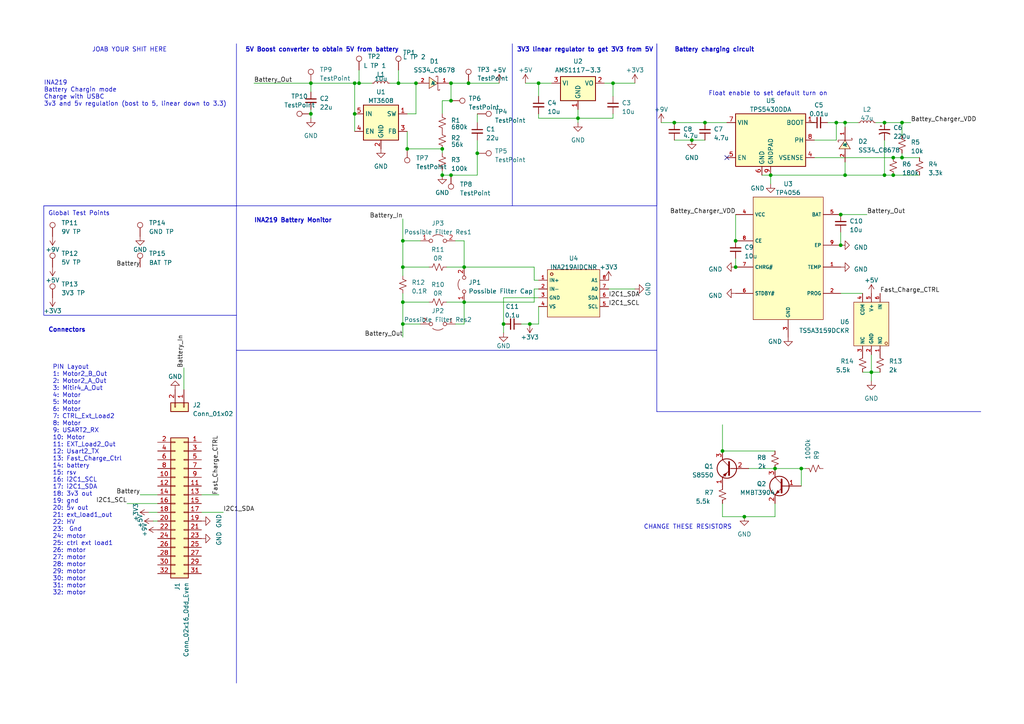
<source format=kicad_sch>
(kicad_sch (version 20230121) (generator eeschema)
  (paper "A4")
  (title_block (title "Joab PCP Work") (date "2025-03-19") (rev "V0.0") (company "UCT") (comment 1 "@author Joab Gray Kloppers") (comment 2 "KLPJOA002"))
  (lib_symbols
    (symbol "Connector:TestPoint" (pin_numbers hide) (pin_names (offset 0.762) hide)
      (property "Reference" "TP" (at 0 6.858 0))
      (property "Value" "TestPoint" (at 0 5.08 0))
      (symbol "TestPoint_0_1"
        (circle (center 0 3.302) (radius 0.762))
      )
      (symbol "TestPoint_1_1"
        (pin passive line (at 0 0 90) (length 2.54) (name "1") (number "1"))
      )
    )
    (symbol "Connector_Generic:Conn_01x02" (pin_names (offset 1.016) hide)
      (property "Reference" "J" (at 0 2.54 0))
      (property "Value" "Conn_01x02" (at 0 -5.08 0))
      (symbol "Conn_01x02_1_1"
        (rectangle (start -1.27 -2.413) (end 0 -2.667) (stroke (width 0.1524)))
        (rectangle (start -1.27 0.127) (end 0 -0.127) (stroke (width 0.1524)))
        (rectangle (start -1.27 1.27) (end 1.27 -3.81) (stroke (width 0.254)) (fill (type background)))
        (pin passive line (at -5.08 0 0) (length 3.81) (name "Pin_1") (number "1"))
        (pin passive line (at -5.08 -2.54 0) (length 3.81) (name "Pin_2") (number "2"))
      )
    )
    (symbol "Connector_Generic:Conn_02x16_Odd_Even" (pin_names (offset 1.016) hide)
      (property "Reference" "J" (at 1.27 20.32 0))
      (property "Value" "Conn_02x16_Odd_Even" (at 1.27 -22.86 0))
      (symbol "Conn_02x16_Odd_Even_1_1"
        (rectangle (start -1.27 -20.193) (end 0 -20.447) (stroke (width 0.1524)))
        (rectangle (start -1.27 -17.653) (end 0 -17.907) (stroke (width 0.1524)))
        (rectangle (start -1.27 -15.113) (end 0 -15.367) (stroke (width 0.1524)))
        (rectangle (start -1.27 -12.573) (end 0 -12.827) (stroke (width 0.1524)))
        (rectangle (start -1.27 -10.033) (end 0 -10.287) (stroke (width 0.1524)))
        (rectangle (start -1.27 -7.493) (end 0 -7.747) (stroke (width 0.1524)))
        (rectangle (start -1.27 -4.953) (end 0 -5.207) (stroke (width 0.1524)))
        (rectangle (start -1.27 -2.413) (end 0 -2.667) (stroke (width 0.1524)))
        (rectangle (start -1.27 0.127) (end 0 -0.127) (stroke (width 0.1524)))
        (rectangle (start -1.27 2.667) (end 0 2.413) (stroke (width 0.1524)))
        (rectangle (start -1.27 5.207) (end 0 4.953) (stroke (width 0.1524)))
        (rectangle (start -1.27 7.747) (end 0 7.493) (stroke (width 0.1524)))
        (rectangle (start -1.27 10.287) (end 0 10.033) (stroke (width 0.1524)))
        (rectangle (start -1.27 12.827) (end 0 12.573) (stroke (width 0.1524)))
        (rectangle (start -1.27 15.367) (end 0 15.113) (stroke (width 0.1524)))
        (rectangle (start -1.27 17.907) (end 0 17.653) (stroke (width 0.1524)))
        (rectangle (start -1.27 19.05) (end 3.81 -21.59) (stroke (width 0.254)) (fill (type background)))
        (rectangle (start 3.81 -20.193) (end 2.54 -20.447) (stroke (width 0.1524)))
        (rectangle (start 3.81 -17.653) (end 2.54 -17.907) (stroke (width 0.1524)))
        (rectangle (start 3.81 -15.113) (end 2.54 -15.367) (stroke (width 0.1524)))
        (rectangle (start 3.81 -12.573) (end 2.54 -12.827) (stroke (width 0.1524)))
        (rectangle (start 3.81 -10.033) (end 2.54 -10.287) (stroke (width 0.1524)))
        (rectangle (start 3.81 -7.493) (end 2.54 -7.747) (stroke (width 0.1524)))
        (rectangle (start 3.81 -4.953) (end 2.54 -5.207) (stroke (width 0.1524)))
        (rectangle (start 3.81 -2.413) (end 2.54 -2.667) (stroke (width 0.1524)))
        (rectangle (start 3.81 0.127) (end 2.54 -0.127) (stroke (width 0.1524)))
        (rectangle (start 3.81 2.667) (end 2.54 2.413) (stroke (width 0.1524)))
        (rectangle (start 3.81 5.207) (end 2.54 4.953) (stroke (width 0.1524)))
        (rectangle (start 3.81 7.747) (end 2.54 7.493) (stroke (width 0.1524)))
        (rectangle (start 3.81 10.287) (end 2.54 10.033) (stroke (width 0.1524)))
        (rectangle (start 3.81 12.827) (end 2.54 12.573) (stroke (width 0.1524)))
        (rectangle (start 3.81 15.367) (end 2.54 15.113) (stroke (width 0.1524)))
        (rectangle (start 3.81 17.907) (end 2.54 17.653) (stroke (width 0.1524)))
        (pin passive line (at -5.08 17.78 0) (length 3.81) (name "Pin_1") (number "1"))
        (pin passive line (at 7.62 7.62 180) (length 3.81) (name "Pin_10") (number "10"))
        (pin passive line (at -5.08 5.08 0) (length 3.81) (name "Pin_11") (number "11"))
        (pin passive line (at 7.62 5.08 180) (length 3.81) (name "Pin_12") (number "12"))
        (pin passive line (at -5.08 2.54 0) (length 3.81) (name "Pin_13") (number "13"))
        (pin passive line (at 7.62 2.54 180) (length 3.81) (name "Pin_14") (number "14"))
        (pin passive line (at -5.08 0 0) (length 3.81) (name "Pin_15") (number "15"))
        (pin passive line (at 7.62 0 180) (length 3.81) (name "Pin_16") (number "16"))
        (pin passive line (at -5.08 -2.54 0) (length 3.81) (name "Pin_17") (number "17"))
        (pin passive line (at 7.62 -2.54 180) (length 3.81) (name "Pin_18") (number "18"))
        (pin passive line (at -5.08 -5.08 0) (length 3.81) (name "Pin_19") (number "19"))
        (pin passive line (at 7.62 17.78 180) (length 3.81) (name "Pin_2") (number "2"))
        (pin passive line (at 7.62 -5.08 180) (length 3.81) (name "Pin_20") (number "20"))
        (pin passive line (at -5.08 -7.62 0) (length 3.81) (name "Pin_21") (number "21"))
        (pin passive line (at 7.62 -7.62 180) (length 3.81) (name "Pin_22") (number "22"))
        (pin passive line (at -5.08 -10.16 0) (length 3.81) (name "Pin_23") (number "23"))
        (pin passive line (at 7.62 -10.16 180) (length 3.81) (name "Pin_24") (number "24"))
        (pin passive line (at -5.08 -12.7 0) (length 3.81) (name "Pin_25") (number "25"))
        (pin passive line (at 7.62 -12.7 180) (length 3.81) (name "Pin_26") (number "26"))
        (pin passive line (at -5.08 -15.24 0) (length 3.81) (name "Pin_27") (number "27"))
        (pin passive line (at 7.62 -15.24 180) (length 3.81) (name "Pin_28") (number "28"))
        (pin passive line (at -5.08 -17.78 0) (length 3.81) (name "Pin_29") (number "29"))
        (pin passive line (at -5.08 15.24 0) (length 3.81) (name "Pin_3") (number "3"))
        (pin passive line (at 7.62 -17.78 180) (length 3.81) (name "Pin_30") (number "30"))
        (pin passive line (at -5.08 -20.32 0) (length 3.81) (name "Pin_31") (number "31"))
        (pin passive line (at 7.62 -20.32 180) (length 3.81) (name "Pin_32") (number "32"))
        (pin passive line (at 7.62 15.24 180) (length 3.81) (name "Pin_4") (number "4"))
        (pin passive line (at -5.08 12.7 0) (length 3.81) (name "Pin_5") (number "5"))
        (pin passive line (at 7.62 12.7 180) (length 3.81) (name "Pin_6") (number "6"))
        (pin passive line (at -5.08 10.16 0) (length 3.81) (name "Pin_7") (number "7"))
        (pin passive line (at 7.62 10.16 180) (length 3.81) (name "Pin_8") (number "8"))
        (pin passive line (at -5.08 7.62 0) (length 3.81) (name "Pin_9") (number "9"))
      )
    )
    (symbol "Device:C_Polarized_Small_US" (pin_numbers hide) (pin_names (offset 0.254) hide)
      (property "Reference" "C" (at 0.254 1.778 0))
      (property "Value" "C_Polarized_Small_US" (at 0.254 -2.032 0))
      (symbol "C_Polarized_Small_US_0_1"
        (polyline (pts (xy -1.524 0.508) (xy 1.524 0.508)) (stroke (width 0.3048)))
        (polyline (pts (xy -1.27 1.524) (xy -0.762 1.524)))
        (polyline (pts (xy -1.016 1.27) (xy -1.016 1.778)))
        (arc (start 1.524 -0.762) (mid 0 -0.3734) (end -1.524 -0.762) (stroke (width 0.3048)))
      )
      (symbol "C_Polarized_Small_US_1_1"
        (pin passive line (at 0 2.54 270) (length 2.032) (name "~") (number "1"))
        (pin passive line (at 0 -2.54 90) (length 2.032) (name "~") (number "2"))
      )
    )
    (symbol "Device:C_Small" (pin_numbers hide) (pin_names (offset 0.254) hide)
      (property "Reference" "C" (at 0.254 1.778 0))
      (property "Value" "C_Small" (at 0.254 -2.032 0))
      (symbol "C_Small_0_1"
        (polyline (pts (xy -1.524 -0.508) (xy 1.524 -0.508)) (stroke (width 0.3302)))
        (polyline (pts (xy -1.524 0.508) (xy 1.524 0.508)) (stroke (width 0.3048)))
      )
      (symbol "C_Small_1_1"
        (pin passive line (at 0 2.54 270) (length 2.032) (name "~") (number "1"))
        (pin passive line (at 0 -2.54 90) (length 2.032) (name "~") (number "2"))
      )
    )
    (symbol "Device:L_Small" (pin_numbers hide) (pin_names (offset 0.254) hide)
      (property "Reference" "L" (at 0.762 1.016 0))
      (property "Value" "L_Small" (at 0.762 -1.016 0))
      (symbol "L_Small_0_1"
        (arc (start 0 -2.032) (mid 0.5058 -1.524) (end 0 -1.016))
        (arc (start 0 -1.016) (mid 0.5058 -0.508) (end 0 0))
        (arc (start 0 0) (mid 0.5058 0.508) (end 0 1.016))
        (arc (start 0 1.016) (mid 0.5058 1.524) (end 0 2.032))
      )
      (symbol "L_Small_1_1"
        (pin passive line (at 0 2.54 270) (length 0.508) (name "~") (number "1"))
        (pin passive line (at 0 -2.54 90) (length 0.508) (name "~") (number "2"))
      )
    )
    (symbol "Device:R_Small_US" (pin_numbers hide) (pin_names (offset 0.254) hide)
      (property "Reference" "R" (at 0.762 0.508 0))
      (property "Value" "R_Small_US" (at 0.762 -1.016 0))
      (symbol "R_Small_US_1_1"
        (polyline (pts (xy 0 0) (xy 1.016 -0.381) (xy 0 -0.762) (xy -1.016 -1.143) (xy 0 -1.524)))
        (polyline (pts (xy 0 1.524) (xy 1.016 1.143) (xy 0 0.762) (xy -1.016 0.381) (xy 0 0)))
        (pin passive line (at 0 2.54 270) (length 1.016) (name "~") (number "1"))
        (pin passive line (at 0 -2.54 90) (length 1.016) (name "~") (number "2"))
      )
    )
    (symbol "JLC-INA219AIDCNR:INA219AIDCNR"
      (property "Reference" "U" (at 0 1.27 0))
      (property "Value" "INA219AIDCNR" (at 0 -2.54 0))
      (symbol "INA219AIDCNR_0_1"
        (rectangle (start -7.62 6.858) (end 7.62 -6.858) (fill (type background)))
        (circle (center -6.35 5.588) (radius 0.381) (fill (type background)))
        (circle (center -6.35 5.588) (radius 0.381) (fill (type background)))
        (pin unspecified line (at -10.16 3.81 0) (length 2.54) (name "IN+") (number "1"))
        (pin unspecified line (at -10.16 1.27 0) (length 2.54) (name "IN-") (number "2"))
        (pin unspecified line (at -10.16 -1.27 0) (length 2.54) (name "GND") (number "3"))
        (pin unspecified line (at -10.16 -3.81 0) (length 2.54) (name "VS") (number "4"))
        (pin unspecified line (at 10.16 -3.81 180) (length 2.54) (name "SCL") (number "5"))
        (pin unspecified line (at 10.16 -1.27 180) (length 2.54) (name "SDA") (number "6"))
        (pin unspecified line (at 10.16 1.27 180) (length 2.54) (name "A0") (number "7"))
        (pin unspecified line (at 10.16 3.81 180) (length 2.54) (name "A1") (number "8"))
      )
    )
    (symbol "JLC-SS34:SS34_C8678"
      (property "Reference" "D" (at 0 1.27 0))
      (property "Value" "SS34_C8678" (at 0 -2.54 0))
      (symbol "SS34_C8678_0_1"
        (polyline (pts (xy -1.27 0) (xy -1.27 -2.032) (xy -0.762 -2.032) (xy -0.762 -1.778)))
        (polyline (pts (xy -1.27 0) (xy -1.27 2.032) (xy -1.778 2.032) (xy -1.778 1.778)))
        (polyline (pts (xy 1.27 1.524) (xy -1.27 0) (xy 1.27 -1.778) (xy 1.27 1.524)) (fill (type background)))
        (pin unspecified line (at -5.08 0 0) (length 3.81) (name "K") (number "1"))
        (pin unspecified line (at 5.08 0 180) (length 3.81) (name "A") (number "2"))
      )
    )
    (symbol "JLC-TS5A3159DCKR:TS5A3159DCKR"
      (property "Reference" "U" (at 0 1.27 0))
      (property "Value" "TS5A3159DCKR" (at 0 -2.54 0))
      (symbol "TS5A3159DCKR_0_1"
        (rectangle (start -7.62 5.08) (end 5.08 -5.08) (fill (type background)))
        (circle (center -6.858 4.318) (radius 0.381) (fill (type background)))
        (pin unspecified line (at -10.16 2.54 0) (length 2.54) (name "NO") (number "1"))
        (pin unspecified line (at -10.16 0 0) (length 2.54) (name "GND") (number "2"))
        (pin unspecified line (at -10.16 -2.54 0) (length 2.54) (name "NC") (number "3"))
        (pin unspecified line (at 7.62 -2.54 180) (length 2.54) (name "COM") (number "4"))
        (pin unspecified line (at 7.62 0 180) (length 2.54) (name "V+") (number "5"))
        (pin unspecified line (at 7.62 2.54 180) (length 2.54) (name "IN") (number "6"))
      )
    )
    (symbol "Jumper:Jumper_2_Open" (pin_names (offset 0) hide)
      (property "Reference" "JP" (at 0 2.794 0))
      (property "Value" "Jumper_2_Open" (at 0 -2.286 0))
      (symbol "Jumper_2_Open_0_0"
        (circle (center -2.032 0) (radius 0.508))
        (circle (center 2.032 0) (radius 0.508))
      )
      (symbol "Jumper_2_Open_0_1"
        (arc (start 1.524 1.27) (mid 0 1.778) (end -1.524 1.27))
      )
      (symbol "Jumper_2_Open_1_1"
        (pin passive line (at -5.08 0 0) (length 2.54) (name "A") (number "1"))
        (pin passive line (at 5.08 0 180) (length 2.54) (name "B") (number "2"))
      )
    )
    (symbol "Regulator_Linear:AMS1117-3.3"
      (property "Reference" "U" (at -3.81 3.175 0))
      (property "Value" "AMS1117-3.3" (at 0 3.175 0))
      (symbol "AMS1117-3.3_0_1"
        (rectangle (start -5.08 -5.08) (end 5.08 1.905) (stroke (width 0.254)) (fill (type background)))
      )
      (symbol "AMS1117-3.3_1_1"
        (pin power_in line (at 0 -7.62 90) (length 2.54) (name "GND") (number "1"))
        (pin power_out line (at 7.62 0 180) (length 2.54) (name "VO") (number "2"))
        (pin power_in line (at -7.62 0 0) (length 2.54) (name "VI") (number "3"))
      )
    )
    (symbol "Regulator_Switching:MT3608"
      (property "Reference" "U" (at -2.54 8.89 0))
      (property "Value" "MT3608" (at -3.81 6.35 0))
      (symbol "MT3608_0_1"
        (rectangle (start -5.08 5.08) (end 5.08 -5.08) (stroke (width 0.254)) (fill (type background)))
      )
      (symbol "MT3608_1_1"
        (pin passive line (at 7.62 2.54 180) (length 2.54) (name "SW") (number "1"))
        (pin power_in line (at 0 -7.62 90) (length 2.54) (name "GND") (number "2"))
        (pin input line (at 7.62 -2.54 180) (length 2.54) (name "FB") (number "3"))
        (pin input line (at -7.62 -2.54 0) (length 2.54) (name "EN") (number "4"))
        (pin power_in line (at -7.62 2.54 0) (length 2.54) (name "IN") (number "5"))
        (pin no_connect line (at 5.08 0 180) (length 2.54) hide (name "NC") (number "6"))
      )
    )
    (symbol "Regulator_Switching:TPS5430DDA"
      (property "Reference" "U" (at -10.16 8.89 0))
      (property "Value" "TPS5430DDA" (at -1.27 8.89 0))
      (symbol "TPS5430DDA_0_1"
        (rectangle (start -10.16 7.62) (end 10.16 -7.62) (stroke (width 0.254)) (fill (type background)))
      )
      (symbol "TPS5430DDA_1_1"
        (pin input line (at 12.7 5.08 180) (length 2.54) (name "BOOT") (number "1"))
        (pin no_connect line (at -10.16 2.54 0) (length 2.54) hide (name "NC") (number "2"))
        (pin no_connect line (at -10.16 -2.54 0) (length 2.54) hide (name "NC") (number "3"))
        (pin input line (at 12.7 -5.08 180) (length 2.54) (name "VSENSE") (number "4"))
        (pin input line (at -12.7 -5.08 0) (length 2.54) (name "EN") (number "5"))
        (pin power_in line (at -2.54 -10.16 90) (length 2.54) (name "GND") (number "6"))
        (pin power_in line (at -12.7 5.08 0) (length 2.54) (name "VIN") (number "7"))
        (pin output line (at 12.7 0 180) (length 2.54) (name "PH") (number "8"))
        (pin power_in line (at 0 -10.16 90) (length 2.54) (name "GNDPAD") (number "9"))
      )
    )
    (symbol "TP4056:TP4056"
      (property "Reference" "U" (at 0 1.27 0))
      (property "Value" "TP4056" (at 0 -2.54 0))
      (symbol "TP4056_0_1"
        (rectangle (start -10.16 20.32) (end 10.16 -15.24) (fill (type background)))
        (pin unspecified line (at 15.24 0 180) (length 5.08) (name "TEMP") (number "1"))
        (pin unspecified line (at 15.24 -7.62 180) (length 5.08) (name "PROG") (number "2"))
        (pin unspecified line (at 0 -20.32 90) (length 5.08) (name "GND") (number "3"))
        (pin unspecified line (at -15.24 15.24 0) (length 5.08) (name "VCC") (number "4"))
        (pin unspecified line (at 15.24 15.24 180) (length 5.08) (name "BAT") (number "5"))
        (pin unspecified line (at -15.24 -7.62 0) (length 5.08) (name "STDBY#") (number "6"))
        (pin unspecified line (at -15.24 0 0) (length 5.08) (name "CHRG#") (number "7"))
        (pin unspecified line (at -15.24 7.62 0) (length 5.08) (name "CE") (number "8"))
        (pin unspecified line (at 15.24 6.35 180) (length 5.08) (name "EP") (number "9"))
      )
    )
    (symbol "Transistor_BJT:MMBT3904" (pin_names (offset 0) hide)
      (property "Reference" "Q" (at 5.08 1.905 0))
      (property "Value" "MMBT3904" (at 5.08 0 0))
      (symbol "MMBT3904_0_1"
        (polyline (pts (xy 0.635 0.635) (xy 2.54 2.54)))
        (polyline (pts (xy 0.635 -0.635) (xy 2.54 -2.54) (xy 2.54 -2.54)))
        (polyline (pts (xy 0.635 1.905) (xy 0.635 -1.905) (xy 0.635 -1.905)) (stroke (width 0.508)))
        (polyline (pts (xy 1.27 -1.778) (xy 1.778 -1.27) (xy 2.286 -2.286) (xy 1.27 -1.778) (xy 1.27 -1.778)) (fill (type outline)))
        (circle (center 1.27 0) (radius 2.8194) (stroke (width 0.254)))
      )
      (symbol "MMBT3904_1_1"
        (pin input line (at -5.08 0 0) (length 5.715) (name "B") (number "1"))
        (pin passive line (at 2.54 -5.08 90) (length 2.54) (name "E") (number "2"))
        (pin passive line (at 2.54 5.08 270) (length 2.54) (name "C") (number "3"))
      )
    )
    (symbol "Transistor_BJT:S8550" (pin_names (offset 0) hide)
      (property "Reference" "Q" (at 5.08 1.905 0))
      (property "Value" "S8550" (at 5.08 0 0))
      (symbol "S8550_0_1"
        (polyline (pts (xy 0 0) (xy 0.635 0)))
        (polyline (pts (xy 2.54 -2.54) (xy 0.635 -0.635)))
        (polyline (pts (xy 2.54 2.54) (xy 0.635 0.635)))
        (polyline (pts (xy 0.635 1.905) (xy 0.635 -1.905) (xy 0.635 -1.905)) (stroke (width 0.508)) (fill (type outline)))
        (polyline (pts (xy 1.778 -2.286) (xy 2.286 -1.778) (xy 1.27 -1.27) (xy 1.778 -2.286) (xy 1.778 -2.286)) (fill (type outline)))
        (circle (center 1.27 0) (radius 2.8194) (stroke (width 0.254)))
      )
      (symbol "S8550_1_1"
        (pin passive line (at 2.54 -5.08 90) (length 2.54) (name "E") (number "1"))
        (pin input line (at -5.08 0 0) (length 5.08) (name "B") (number "2"))
        (pin passive line (at 2.54 5.08 270) (length 2.54) (name "C") (number "3"))
      )
    )
    (symbol "power:+3V3" (power) (pin_names (offset 0))
      (property "Value" "+3V3" (at 0 3.556 0))
      (symbol "+3V3_0_1"
        (polyline (pts (xy -0.762 1.27) (xy 0 2.54)))
        (polyline (pts (xy 0 0) (xy 0 2.54)))
        (polyline (pts (xy 0 2.54) (xy 0.762 1.27)))
      )
      (symbol "+3V3_1_1"
        (pin power_in line (at 0 0 90) (length 0) hide (name "+3V3") (number "1"))
      )
    )
    (symbol "power:+5V" (power) (pin_names (offset 0))
      (property "Value" "+5V" (at 0 3.556 0))
      (symbol "+5V_0_1"
        (polyline (pts (xy -0.762 1.27) (xy 0 2.54)))
        (polyline (pts (xy 0 0) (xy 0 2.54)))
        (polyline (pts (xy 0 2.54) (xy 0.762 1.27)))
      )
      (symbol "+5V_1_1"
        (pin power_in line (at 0 0 90) (length 0) hide (name "+5V") (number "1"))
      )
    )
    (symbol "power:+9V" (power) (pin_names (offset 0))
      (property "Value" "+9V" (at 0 3.556 0))
      (symbol "+9V_0_1"
        (polyline (pts (xy -0.762 1.27) (xy 0 2.54)))
        (polyline (pts (xy 0 0) (xy 0 2.54)))
        (polyline (pts (xy 0 2.54) (xy 0.762 1.27)))
      )
      (symbol "+9V_1_1"
        (pin power_in line (at 0 0 90) (length 0) hide (name "+9V") (number "1"))
      )
    )
    (symbol "power:GND" (power) (pin_names (offset 0))
      (property "Value" "GND" (at 0 -3.81 0))
      (symbol "GND_0_1"
        (polyline (pts (xy 0 0) (xy 0 -1.27) (xy 1.27 -1.27) (xy 0 -2.54) (xy -1.27 -1.27) (xy 0 -1.27)))
      )
      (symbol "GND_1_1"
        (pin power_in line (at 0 0 270) (length 0) hide (name "GND") (number "1"))
      )
    )
  )
  (junction (at 130.81 50.8))
  (junction (at 115.57 24.13))
  (junction (at 213.36 77.47))
  (junction (at 130.81 24.13))
  (junction (at 224.79 135.89))
  (junction (at 195.58 35.56))
  (junction (at 223.52 50.8))
  (junction (at 153.67 93.98))
  (junction (at 134.62 77.47))
  (junction (at 167.64 34.29))
  (junction (at 116.84 77.47))
  (junction (at 243.84 71.12))
  (junction (at 232.41 135.89))
  (junction (at 256.54 35.56))
  (junction (at 102.87 33.02))
  (junction (at 104.14 24.13))
  (junction (at 261.62 35.56))
  (junction (at 256.54 50.8))
  (junction (at 243.84 62.23))
  (junction (at 252.73 107.95))
  (junction (at 135.89 24.13))
  (junction (at 138.43 44.45))
  (junction (at 259.08 50.8))
  (junction (at 116.84 87.63))
  (junction (at 242.57 35.56))
  (junction (at 156.21 24.13))
  (junction (at 209.55 130.81))
  (junction (at 134.62 87.63))
  (junction (at 130.81 29.21))
  (junction (at 118.11 43.18))
  (junction (at 90.17 33.02))
  (junction (at 120.65 24.13))
  (junction (at 102.87 24.13))
  (junction (at 146.05 93.98))
  (junction (at 200.66 40.64))
  (junction (at 177.8 24.13))
  (junction (at 204.47 35.56))
  (junction (at 245.11 50.8))
  (junction (at 128.27 43.18))
  (junction (at 261.62 45.72))
  (junction (at 116.84 69.85))
  (junction (at 116.84 93.98))
  (junction (at 259.08 45.72))
  (junction (at 215.9 149.86))
  (junction (at 90.17 24.13))
  (junction (at 128.27 50.8))
  (junction (at 213.36 69.85))
  (junction (at 245.11 35.56))
  (no_connect (at 210.82 45.72))
  (wire (pts (xy 184.15 83.82) (xy 176.53 83.82)))
  (wire (pts (xy 124.46 87.63) (xy 116.84 87.63)))
  (wire (pts (xy 134.62 69.85) (xy 132.08 69.85)))
  (wire (pts (xy 128.27 29.21) (xy 128.27 33.02)))
  (wire (pts (xy 118.11 43.18) (xy 118.11 38.1)))
  (wire (pts (xy 220.98 50.8) (xy 223.52 50.8)))
  (polyline (pts (xy 68.58 59.69) (xy 148.59 59.69)))
  (wire (pts (xy 259.08 45.72) (xy 261.62 45.72)))
  (polyline (pts (xy 190.5 59.69) (xy 190.5 12.7)))
  (wire (pts (xy 236.22 40.64) (xy 242.57 40.64)))
  (wire (pts (xy 135.89 24.13) (xy 144.78 24.13)))
  (wire (pts (xy 223.52 50.8) (xy 223.52 53.34)))
  (wire (pts (xy 242.57 35.56) (xy 245.11 35.56)))
  (wire (pts (xy 236.22 45.72) (xy 259.08 45.72)))
  (wire (pts (xy 250.19 107.95) (xy 252.73 107.95)))
  (wire (pts (xy 58.42 148.59) (xy 64.77 148.59)))
  (wire (pts (xy 134.62 87.63) (xy 134.62 93.98)))
  (wire (pts (xy 245.11 50.8) (xy 256.54 50.8)))
  (wire (pts (xy 73.66 24.13) (xy 90.17 24.13)))
  (wire (pts (xy 128.27 44.45) (xy 128.27 43.18)))
  (wire (pts (xy 116.84 85.09) (xy 116.84 87.63)))
  (wire (pts (xy 115.57 24.13) (xy 120.65 24.13)))
  (wire (pts (xy 224.79 146.05) (xy 224.79 149.86)))
  (wire (pts (xy 90.17 24.13) (xy 102.87 24.13)))
  (wire (pts (xy 167.64 31.75) (xy 167.64 34.29)))
  (polyline (pts (xy 157.48 101.6) (xy 158.75 101.6)))
  (wire (pts (xy 53.34 106.68) (xy 53.34 113.03)))
  (wire (pts (xy 130.81 24.13) (xy 130.81 29.21)))
  (wire (pts (xy 120.65 33.02) (xy 120.65 24.13)))
  (wire (pts (xy 264.16 35.56) (xy 261.62 35.56)))
  (wire (pts (xy 204.47 35.56) (xy 210.82 35.56)))
  (wire (pts (xy 256.54 35.56) (xy 261.62 35.56)))
  (wire (pts (xy 115.57 20.32) (xy 115.57 24.13)))
  (wire (pts (xy 256.54 40.64) (xy 256.54 50.8)))
  (wire (pts (xy 154.94 87.63) (xy 134.62 87.63)))
  (wire (pts (xy 146.05 93.98) (xy 146.05 96.52)))
  (wire (pts (xy 243.84 62.23) (xy 251.46 62.23)))
  (wire (pts (xy 195.58 35.56) (xy 204.47 35.56)))
  (wire (pts (xy 146.05 86.36) (xy 156.21 86.36)))
  (wire (pts (xy 116.84 63.5) (xy 116.84 69.85)))
  (wire (pts (xy 153.67 93.98) (xy 156.21 93.98)))
  (wire (pts (xy 102.87 33.02) (xy 102.87 38.1)))
  (wire (pts (xy 36.83 146.05) (xy 45.72 146.05)))
  (wire (pts (xy 138.43 40.64) (xy 138.43 44.45)))
  (wire (pts (xy 116.84 93.98) (xy 116.84 97.79)))
  (wire (pts (xy 130.81 50.8) (xy 138.43 50.8)))
  (wire (pts (xy 156.21 81.28) (xy 154.94 81.28)))
  (wire (pts (xy 232.41 135.89) (xy 232.41 140.97)))
  (polyline (pts (xy 190.5 119.38) (xy 284.48 119.38)))
  (wire (pts (xy 134.62 87.63) (xy 129.54 87.63)))
  (wire (pts (xy 266.7 45.72) (xy 261.62 45.72)))
  (wire (pts (xy 116.84 77.47) (xy 116.84 80.01)))
  (wire (pts (xy 167.64 34.29) (xy 167.64 35.56)))
  (wire (pts (xy 104.14 24.13) (xy 107.95 24.13)))
  (polyline (pts (xy 68.58 12.7) (xy 68.58 59.69)))
  (wire (pts (xy 177.8 34.29) (xy 177.8 33.02)))
  (wire (pts (xy 156.21 34.29) (xy 167.64 34.29)))
  (wire (pts (xy 191.77 35.56) (xy 195.58 35.56)))
  (wire (pts (xy 121.92 93.98) (xy 116.84 93.98)))
  (wire (pts (xy 116.84 69.85) (xy 116.84 77.47)))
  (wire (pts (xy 215.9 149.86) (xy 209.55 149.86)))
  (wire (pts (xy 167.64 34.29) (xy 177.8 34.29)))
  (wire (pts (xy 146.05 86.36) (xy 146.05 93.98)))
  (wire (pts (xy 177.8 24.13) (xy 184.15 24.13)))
  (wire (pts (xy 128.27 49.53) (xy 128.27 50.8)))
  (wire (pts (xy 177.8 24.13) (xy 177.8 27.94)))
  (wire (pts (xy 128.27 50.8) (xy 130.81 50.8)))
  (wire (pts (xy 152.4 24.13) (xy 156.21 24.13)))
  (wire (pts (xy 151.13 93.98) (xy 153.67 93.98)))
  (wire (pts (xy 245.11 35.56) (xy 245.11 36.83)))
  (wire (pts (xy 209.55 130.81) (xy 209.55 123.19)))
  (wire (pts (xy 138.43 35.56) (xy 138.43 33.02)))
  (wire (pts (xy 154.94 83.82) (xy 154.94 87.63)))
  (wire (pts (xy 254 35.56) (xy 256.54 35.56)))
  (wire (pts (xy 130.81 24.13) (xy 135.89 24.13)))
  (wire (pts (xy 224.79 149.86) (xy 215.9 149.86)))
  (wire (pts (xy 90.17 31.75) (xy 90.17 33.02)))
  (wire (pts (xy 156.21 93.98) (xy 156.21 88.9)))
  (wire (pts (xy 104.14 20.32) (xy 104.14 24.13)))
  (wire (pts (xy 224.79 135.89) (xy 217.17 135.89)))
  (wire (pts (xy 233.68 135.89) (xy 232.41 135.89)))
  (wire (pts (xy 113.03 24.13) (xy 115.57 24.13)))
  (wire (pts (xy 116.84 93.98) (xy 116.84 87.63)))
  (wire (pts (xy 44.45 151.13) (xy 45.72 151.13)))
  (wire (pts (xy 124.46 77.47) (xy 116.84 77.47)))
  (wire (pts (xy 243.84 85.09) (xy 250.19 85.09)))
  (wire (pts (xy 195.58 40.64) (xy 200.66 40.64)))
  (polyline (pts (xy 68.58 101.6) (xy 68.58 91.44)))
  (wire (pts (xy 252.73 107.95) (xy 252.73 102.87)))
  (polyline (pts (xy 148.59 59.69) (xy 148.59 12.7)))
  (wire (pts (xy 240.03 35.56) (xy 242.57 35.56)))
  (wire (pts (xy 243.84 67.31) (xy 243.84 71.12)))
  (wire (pts (xy 121.92 69.85) (xy 116.84 69.85)))
  (polyline (pts (xy 190.5 59.69) (xy 190.5 101.6)))
  (polyline (pts (xy 12.7 59.69) (xy 68.58 59.69)))
  (wire (pts (xy 134.62 77.47) (xy 134.62 69.85)))
  (wire (pts (xy 245.11 46.99) (xy 245.11 50.8)))
  (wire (pts (xy 134.62 93.98) (xy 132.08 93.98)))
  (polyline (pts (xy 67.31 91.44) (xy 68.58 91.44)))
  (wire (pts (xy 261.62 44.45) (xy 261.62 45.72)))
  (wire (pts (xy 261.62 39.37) (xy 261.62 35.56)))
  (wire (pts (xy 224.79 130.81) (xy 209.55 130.81)))
  (wire (pts (xy 102.87 24.13) (xy 102.87 33.02)))
  (wire (pts (xy 156.21 34.29) (xy 156.21 33.02)))
  (wire (pts (xy 118.11 43.18) (xy 128.27 43.18)))
  (wire (pts (xy 58.42 143.51) (xy 63.5 143.51)))
  (wire (pts (xy 154.94 77.47) (xy 154.94 81.28)))
  (polyline (pts (xy 157.48 101.6) (xy 68.58 101.6)))
  (wire (pts (xy 154.94 77.47) (xy 134.62 77.47)))
  (wire (pts (xy 156.21 24.13) (xy 160.02 24.13)))
  (wire (pts (xy 259.08 50.8) (xy 266.7 50.8)))
  (wire (pts (xy 256.54 50.8) (xy 259.08 50.8)))
  (wire (pts (xy 40.64 143.51) (xy 45.72 143.51)))
  (wire (pts (xy 232.41 135.89) (xy 224.79 135.89)))
  (polyline (pts (xy 158.75 101.6) (xy 190.5 101.6)))
  (polyline (pts (xy 148.59 59.69) (xy 190.5 59.69)))
  (polyline (pts (xy 68.58 101.6) (xy 68.58 198.12)))
  (wire (pts (xy 245.11 35.56) (xy 248.92 35.56)))
  (wire (pts (xy 134.62 77.47) (xy 129.54 77.47)))
  (polyline (pts (xy 190.5 101.6) (xy 190.5 119.38)))
  (wire (pts (xy 138.43 44.45) (xy 138.43 50.8)))
  (wire (pts (xy 43.18 148.59) (xy 45.72 148.59)))
  (wire (pts (xy 90.17 26.67) (xy 90.17 24.13)))
  (wire (pts (xy 156.21 83.82) (xy 154.94 83.82)))
  (wire (pts (xy 252.73 107.95) (xy 255.27 107.95)))
  (wire (pts (xy 234.95 35.56) (xy 236.22 35.56)))
  (polyline (pts (xy 190.5 12.7) (xy 190.5 59.69)))
  (wire (pts (xy 156.21 24.13) (xy 156.21 27.94)))
  (wire (pts (xy 223.52 50.8) (xy 245.11 50.8)))
  (wire (pts (xy 130.81 29.21) (xy 128.27 29.21)))
  (wire (pts (xy 252.73 110.49) (xy 252.73 107.95)))
  (wire (pts (xy 209.55 146.05) (xy 209.55 149.86)))
  (wire (pts (xy 242.57 40.64) (xy 242.57 35.56)))
  (wire (pts (xy 90.17 33.02) (xy 90.17 34.29)))
  (wire (pts (xy 213.36 74.93) (xy 213.36 77.47)))
  (wire (pts (xy 213.36 62.23) (xy 213.36 69.85)))
  (wire (pts (xy 102.87 24.13) (xy 104.14 24.13)))
  (wire (pts (xy 118.11 33.02) (xy 120.65 33.02)))
  (wire (pts (xy 200.66 40.64) (xy 204.47 40.64)))
  (wire (pts (xy 175.26 24.13) (xy 177.8 24.13)))
  (rectangle (start 12.7 59.69) (end 68.58 91.44))
  (arc (start 190.5 119.38) (mid 190.5 119.38) (end 190.5 119.38))
  (text "INA219\nBattery Chargin mode\nCharge with USBC\n3v3 and 5v regulation (bost to 5, linear down to 3.3)\n\n" (at 12.7 33.02 0) (effects (font (size 1.27 1.27)) (justify left bottom)))
  (text "PIN Layout\n1: Motor2_B_Out\n2: Motor2_A_Out\n3: Mitir4_A_Out\n4: Motor\n5: Motor\n6: Motor\n7: CTRL_Ext_Load2\n8: Motor\n9: USART2_RX\n10: Motor\n11: EXT_Load2_Out\n12: Usart2_TX\n13: Fast_Charge_Ctrl\n14: battery\n15: rsv\n16: i2C1_SCL\n17: i2C1_SDA\n18: 3v3 out\n19: gnd\n20: 5v out\n21: ext_load1_out\n22: HV\n23:	Gnd\n24: motor\n25: ctrl ext load1\n26: motor\n27: motor\n28: motor\n29: motor\n30: motor\n31: motor\n32: motor" (at 15.24 172.72 0) (effects (font (size 1.27 1.27)) (justify left bottom)))
  (text "Global Test Points\n\n" (at 13.97 64.77 0) (effects (font (size 1.27 1.27)) (justify left bottom)))
  (text "Float enable to set default turn on\n" (at 240.03 27.94 0) (effects (font (size 1.27 1.27)) (justify right bottom)))
  (text "JOAB YOUR SHIT HERE" (at 26.67 15.24 0) (effects (font (size 1.27 1.27)) (justify left bottom)))
  (text "5V Boost converter to obtain 5V from battery\n" (at 71.12 15.24 0) (effects (font (size 1.27 1.27) (thickness 0.254) bold) (justify left bottom)))
  (text "CHANGE THESE RESISTORS\n" (at 186.69 153.67 0) (effects (font (size 1.27 1.27)) (justify left bottom)))
  (text "3V3 linear regulator to get 3V3 from 5V\n" (at 149.86 15.24 0) (effects (font (size 1.27 1.27) (thickness 0.254) bold) (justify left bottom)))
  (text "Battery charging circuit\n" (at 195.58 15.24 0) (effects (font (size 1.27 1.27) (thickness 0.254) bold) (justify left bottom)))
  (text "Connectors" (at 13.97 96.52 0) (effects (font (size 1.27 1.27) bold) (justify left bottom)))
  (text "INA219 Battery Monitor\n" (at 73.66 64.77 0) (effects (font (size 1.27 1.27) (thickness 0.254) bold) (justify left bottom)))
  (label "I2C1_SDA" (at 64.77 148.59 0))
  (label "Battery_Out" (at 251.46 62.23 0))
  (label "Battery_In" (at 116.84 63.5 180))
  (label "Battery" (at 40.64 77.47 180))
  (label "Battery_Out" (at 116.84 97.79 180))
  (label "Battey_Charger_VDD" (at 264.16 35.56 0))
  (label "Battery_In" (at 53.34 106.68 90))
  (label "Fast_Charge_CTRL" (at 255.27 85.09 0))
  (label "Battery" (at 40.64 143.51 180))
  (label "I2C1_SCL" (at 176.53 88.9 0))
  (label "Battery_Out" (at 73.66 24.13 0))
  (label "I2C1_SDA" (at 176.53 86.36 0))
  (label "Battey_Charger_VDD" (at 213.36 62.23 180))
  (label "Fast_Charge_CTRL" (at 63.5 143.51 90))
  (label "I2C1_SCL" (at 36.83 146.05 180))
  (symbol (lib_id "power:GND") (at 200.66 40.64 0) (unit 1)
    (property "Reference" "#PWR09" (effects hide))
    (property "Value" "GND" (at 200.66 45.72 0))
  )
  (symbol (lib_id "Device:C_Small") (at 213.36 72.39 180) (unit 1)
    (property "Reference" "C9" (at 215.9 71.7486 0) (effects (justify right)))
    (property "Value" "10u" (at 215.9 74.2886 0) (effects (justify right)))
    (property "Footprint" "Capacitor_SMD:C_0402_1005Metric_Pad0.74x0.62mm_HandSolder" (effects hide))
  )
  (symbol (lib_id "Connector:TestPoint") (at 130.81 29.21 270) (unit 1)
    (property "Reference" "TP6" (at 135.89 28.575 90) (effects (justify left)))
    (property "Value" "TestPoint" (at 135.89 31.115 90) (effects (justify left)))
    (property "Footprint" "TestPoint:TestPoint_Pad_2.5x2.5mm" (effects hide))
  )
  (symbol (lib_id "Jumper:Jumper_2_Open") (at 127 69.85 0) (unit 1)
    (property "Reference" "JP3" (at 127 64.77 0))
    (property "Value" "Possible Filter Res1" (at 127 67.31 0))
    (property "Footprint" "Jumper:SolderJumper-2_P1.3mm_Open_Pad1.0x1.5mm" (effects hide))
  )
  (symbol (lib_id "Connector:TestPoint") (at 40.64 68.58 0) (unit 1)
    (property "Reference" "TP14" (at 43.18 64.643 0) (effects (justify left)))
    (property "Value" "GND TP" (at 43.18 67.183 0) (effects (justify left)))
    (property "Footprint" "TestPoint:TestPoint_Pad_2.5x2.5mm" (effects hide))
  )
  (symbol (lib_id "Connector:TestPoint") (at 15.24 77.47 0) (unit 1)
    (property "Reference" "TP12" (at 17.78 73.533 0) (effects (justify left)))
    (property "Value" "5V TP" (at 17.78 76.073 0) (effects (justify left)))
    (property "Footprint" "TestPoint:TestPoint_Pad_2.5x2.5mm" (effects hide))
  )
  (symbol (lib_id "Connector:TestPoint") (at 138.43 33.02 270) (unit 1)
    (property "Reference" "TP4" (at 143.51 32.385 90) (effects (justify left)))
    (property "Value" "TestPoint" (at 143.51 34.925 90) (effects (justify left)))
    (property "Footprint" "TestPoint:TestPoint_Pad_2.5x2.5mm" (effects hide))
  )
  (symbol (lib_id "Device:C_Polarized_Small_US") (at 256.54 38.1 0) (unit 1)
    (property "Reference" "C6" (at 259.08 37.0332 0) (effects (justify left)))
    (property "Value" "220u" (at 259.08 39.5732 0) (effects (justify left)))
    (property "Footprint" "Capacitor_SMD:C_0402_1005Metric_Pad0.74x0.62mm_HandSolder" (effects hide))
  )
  (symbol (lib_id "power:+9V") (at 15.24 68.58 180) (unit 1)
    (property "Reference" "#PWR023" (effects hide))
    (property "Value" "+9V" (at 15.24 72.39 0))
  )
  (symbol (lib_id "Connector:TestPoint") (at 104.14 20.32 0) (unit 1)
    (property "Reference" "TP2" (at 106.68 16.383 0) (effects (justify left)))
    (property "Value" "L TP 1" (at 105.41 19.05 0) (effects (justify left)))
    (property "Footprint" "TestPoint:TestPoint_Pad_2.5x2.5mm" (effects hide))
  )
  (symbol (lib_id "power:+5V") (at 144.78 24.13 0) (unit 1)
    (property "Reference" "#PWR017" (effects hide))
    (property "Value" "+5V" (at 144.78 20.32 0))
  )
  (symbol (lib_id "power:GND") (at 213.36 85.09 270) (unit 1)
    (property "Reference" "#PWR029" (effects hide))
    (property "Value" "GND" (at 209.55 85.725 90) (effects (justify right)))
  )
  (symbol (lib_id "power:GND") (at 146.05 96.52 0) (unit 1)
    (property "Reference" "#PWR026" (effects hide))
    (property "Value" "GND" (at 146.05 100.33 0))
  )
  (symbol (lib_id "JLC-SS34:SS34_C8678") (at 125.73 24.13 180) (unit 1)
    (property "Reference" "D1" (at 125.984 17.78 0))
    (property "Value" "SS34_C8678" (at 125.984 20.32 0))
    (property "Footprint" "JLCPCB:SMA_L4.3-W2.6-LS5.2-RD" (effects hide))
    (property "Datasheet" "https://item.szlcsc.com/34721.html" (effects hide))
    (property "LCSC" "C8678" (effects hide))
  )
  (symbol (lib_id "power:+5V") (at 252.73 85.09 0) (unit 1)
    (property "Reference" "#PWR031" (effects hide))
    (property "Value" "+5V" (at 252.73 81.28 0))
  )
  (symbol (lib_id "power:+3V3") (at 15.24 86.36 180) (unit 1)
    (property "Reference" "#PWR021" (effects hide))
    (property "Value" "+3V3" (at 15.24 90.17 0))
  )
  (symbol (lib_id "Transistor_BJT:S8550") (at 212.09 135.89 0) (mirror y) (unit 1)
    (property "Reference" "Q1" (at 207.01 135.255 0) (effects (justify left)))
    (property "Value" "S8550" (at 207.01 137.795 0) (effects (justify left)))
    (property "Footprint" "Package_TO_SOT_SMD:SOT-23" (effects hide))
    (property "Datasheet" "http://www.unisonic.com.tw/datasheet/S8550.pdf" (effects hide))
  )
  (symbol (lib_id "Device:C_Small") (at 204.47 38.1 180) (unit 1)
    (property "Reference" "C7" (at 207.01 37.4586 0) (effects (justify right)))
    (property "Value" "4.7u" (at 207.01 39.9986 0) (effects (justify right)))
    (property "Footprint" "Capacitor_SMD:C_0402_1005Metric_Pad0.74x0.62mm_HandSolder" (effects hide))
  )
  (symbol (lib_id "power:+5V") (at 44.45 151.13 90) (unit 1)
    (property "Reference" "#PWR015" (effects hide))
    (property "Value" "+5V" (at 40.64 151.13 0))
  )
  (symbol (lib_id "power:GND") (at 215.9 149.86 0) (mirror y) (unit 1)
    (property "Reference" "#PWR013" (effects hide))
    (property "Value" "GND" (at 215.9 154.94 0))
  )
  (symbol (lib_id "power:GND") (at 243.84 71.12 90) (unit 1)
    (property "Reference" "#PWR012" (effects hide))
    (property "Value" "GND" (at 247.65 71.755 90) (effects (justify right)))
  )
  (symbol (lib_id "TP4056:TP4056") (at 228.6 77.47 0) (unit 1)
    (property "Reference" "U3" (at 228.6 53.34 0))
    (property "Value" "TP4056" (at 228.6 55.88 0))
    (property "Footprint" "JLCPCB:ESOP-8_L4.9-W3.9-P1.27-LS6.0-BL-EP" (effects hide))
    (property "Datasheet" "https://www.mornsun.cn/html/pdf/SCM1501B.html" (effects hide))
    (property "LCSC" "C16581" (effects hide))
  )
  (symbol (lib_id "power:GND") (at 58.42 156.21 90) (unit 1)
    (property "Reference" "#PWR02" (effects hide))
    (property "Value" "GND" (at 63.5 156.21 0))
  )
  (symbol (lib_id "power:GND") (at 50.8 113.03 180) (unit 1)
    (property "Reference" "#PWR07" (effects hide))
    (property "Value" "GND" (at 50.8 109.22 0))
  )
  (symbol (lib_id "power:GND") (at 252.73 110.49 0) (unit 1)
    (property "Reference" "#PWR032" (effects hide))
    (property "Value" "GND" (at 252.73 115.57 0))
  )
  (symbol (lib_id "Jumper:Jumper_2_Open") (at 127 93.98 180) (unit 1)
    (property "Reference" "JP2" (at 127 90.17 0))
    (property "Value" "Possible Filter Res2" (at 127 92.71 0))
    (property "Footprint" "Jumper:SolderJumper-2_P1.3mm_Open_Pad1.0x1.5mm" (effects hide))
  )
  (symbol (lib_id "Connector:TestPoint") (at 135.89 24.13 0) (unit 1)
    (property "Reference" "TP3" (at 138.43 20.193 0) (effects (justify left)))
    (property "Value" "TestPoint" (at 138.43 22.733 0) (effects (justify left)))
    (property "Footprint" "TestPoint:TestPoint_Pad_2.5x2.5mm" (effects hide))
  )
  (symbol (lib_id "Device:C_Small") (at 90.17 29.21 0) (unit 1)
    (property "Reference" "C2" (at 92.71 28.5813 0) (effects (justify left)))
    (property "Value" "22u" (at 92.71 31.1213 0) (effects (justify left)))
    (property "Footprint" "Capacitor_SMD:C_0402_1005Metric_Pad0.74x0.62mm_HandSolder" (effects hide))
  )
  (symbol (lib_id "power:GND") (at 90.17 34.29 0) (unit 1)
    (property "Reference" "#PWR05" (effects hide))
    (property "Value" "GND" (at 90.17 39.37 0))
  )
  (symbol (lib_id "power:+9V") (at 191.77 35.56 0) (unit 1)
    (property "Reference" "#PWR020" (effects hide))
    (property "Value" "+9V" (at 191.77 31.75 0))
  )
  (symbol (lib_id "Device:R_Small_US") (at 128.27 40.64 0) (unit 1)
    (property "Reference" "R2" (at 130.81 40.005 0) (effects (justify left)))
    (property "Value" "56k" (at 130.81 41.91 0) (effects (justify left)))
    (property "Footprint" "Resistor_SMD:R_0402_1005Metric_Pad0.72x0.64mm_HandSolder" (effects hide))
  )
  (symbol (lib_id "Device:R_Small_US") (at 128.27 35.56 0) (unit 1)
    (property "Reference" "R1" (at 130.81 34.925 0) (effects (justify left)))
    (property "Value" "680k" (at 130.81 36.83 0) (effects (justify left)))
    (property "Footprint" "Resistor_SMD:R_0402_1005Metric_Pad0.72x0.64mm_HandSolder" (effects hide))
  )
  (symbol (lib_id "power:+5V") (at 15.24 77.47 180) (unit 1)
    (property "Reference" "#PWR022" (effects hide))
    (property "Value" "+5V" (at 15.24 81.28 0))
  )
  (symbol (lib_id "power:GND") (at 58.42 151.13 90) (unit 1)
    (property "Reference" "#PWR01" (effects hide))
    (property "Value" "GND" (at 63.5 151.13 0))
  )
  (symbol (lib_id "JLC-TS5A3159DCKR:TS5A3159DCKR") (at 252.73 92.71 270) (mirror x) (unit 1)
    (property "Reference" "U6" (at 246.38 93.345 90) (effects (justify right)))
    (property "Value" "TS5A3159DCKR" (at 246.38 95.885 90) (effects (justify right)))
    (property "Footprint" "JLCPCB:SC-70-6_L2.0-W1.3-P0.65-LS2.1-BL-1" (effects hide))
    (property "Datasheet" "https://atta.szlcsc.com/upload/public/pdf/source/20171123/C141530_15114109251091137526.pdf" (effects hide))
    (property "LCSC" "C46388" (effects hide))
  )
  (symbol (lib_id "JLC-SS34:SS34_C8678") (at 245.11 41.91 270) (unit 1)
    (property "Reference" "D2" (at 248.92 41.021 90) (effects (justify left)))
    (property "Value" "SS34_C8678" (at 248.92 43.561 90) (effects (justify left)))
    (property "Footprint" "JLCPCB:SMA_L4.3-W2.6-LS5.2-RD" (effects hide))
    (property "Datasheet" "https://item.szlcsc.com/34721.html" (effects hide))
    (property "LCSC" "C8678" (effects hide))
  )
  (symbol (lib_id "Device:R_Small_US") (at 209.55 143.51 0) (mirror y) (unit 1)
    (property "Reference" "R7" (at 207.01 142.875 0) (effects (justify left)))
    (property "Value" "5.5k " (at 207.01 145.415 0) (effects (justify left)))
    (property "Footprint" "Resistor_SMD:R_0402_1005Metric_Pad0.72x0.64mm_HandSolder" (effects hide))
  )
  (symbol (lib_id "Device:C_Small") (at 195.58 38.1 180) (unit 1)
    (property "Reference" "C8" (at 198.12 37.4586 0) (effects (justify right)))
    (property "Value" "4.7u" (at 198.12 39.37 0) (effects (justify right)))
    (property "Footprint" "Capacitor_SMD:C_0402_1005Metric_Pad0.74x0.62mm_HandSolder" (effects hide))
  )
  (symbol (lib_id "Connector:TestPoint") (at 15.24 86.36 0) (unit 1)
    (property "Reference" "TP13" (at 17.78 82.423 0) (effects (justify left)))
    (property "Value" "3V3 TP" (at 17.78 84.963 0) (effects (justify left)))
    (property "Footprint" "TestPoint:TestPoint_Pad_2.5x2.5mm" (effects hide))
  )
  (symbol (lib_id "power:+3V3") (at 153.67 93.98 180) (unit 1)
    (property "Reference" "#PWR025" (effects hide))
    (property "Value" "+3V3" (at 153.67 97.79 0))
  )
  (symbol (lib_id "Connector_Generic:Conn_01x02") (at 53.34 118.11 270) (unit 1)
    (property "Reference" "J2" (at 55.88 117.475 90) (effects (justify left)))
    (property "Value" "Conn_01x02" (at 55.88 120.015 90) (effects (justify left)))
    (property "Footprint" "Connector_JST:JST_PH_B2B-PH-K_1x02_P2.00mm_Vertical" (effects hide))
  )
  (symbol (lib_id "Device:C_Small") (at 237.49 35.56 90) (unit 1)
    (property "Reference" "C5" (at 237.4963 30.48 90))
    (property "Value" "0.01u" (at 237.4963 33.02 90))
    (property "Footprint" "Capacitor_SMD:C_0402_1005Metric_Pad0.74x0.62mm_HandSolder" (effects hide))
  )
  (symbol (lib_id "Connector:TestPoint") (at 90.17 33.02 90) (unit 1)
    (property "Reference" "TP10" (at 86.868 27.94 90))
    (property "Value" "TestPoint" (at 86.868 30.48 90))
    (property "Footprint" "TestPoint:TestPoint_Pad_2.5x2.5mm" (effects hide))
  )
  (symbol (lib_id "Transistor_BJT:MMBT3904") (at 227.33 140.97 0) (mirror y) (unit 1)
    (property "Reference" "Q2" (at 222.25 140.335 0) (effects (justify left)))
    (property "Value" "MMBT3904" (at 224.79 142.875 0) (effects (justify left)))
    (property "Footprint" "Package_TO_SOT_SMD:SOT-23" (effects hide))
    (property "Datasheet" "https://www.onsemi.com/pub/Collateral/2N3903-D.PDF" (effects hide))
  )
  (symbol (lib_id "Device:R_Small_US") (at 127 77.47 90) (unit 1)
    (property "Reference" "R11" (at 127 72.39 90))
    (property "Value" "0R" (at 127 74.93 90))
    (property "Footprint" "Resistor_SMD:R_0402_1005Metric_Pad0.72x0.64mm_HandSolder" (effects hide))
  )
  (symbol (lib_id "Connector:TestPoint") (at 130.81 50.8 180) (unit 1)
    (property "Reference" "TP8" (at 133.35 53.467 0) (effects (justify right)))
    (property "Value" "TestPoint" (at 133.35 56.007 0) (effects (justify right)))
    (property "Footprint" "TestPoint:TestPoint_Pad_2.5x2.5mm" (effects hide))
  )
  (symbol (lib_id "power:GND") (at 213.36 77.47 270) (unit 1)
    (property "Reference" "#PWR030" (effects hide))
    (property "Value" "GND" (at 209.55 78.105 90) (effects (justify right)))
  )
  (symbol (lib_id "power:+3V3") (at 176.53 81.28 0) (unit 1)
    (property "Reference" "#PWR028" (effects hide))
    (property "Value" "+3V3" (at 176.53 77.47 0))
  )
  (symbol (lib_id "power:GND") (at 223.52 53.34 0) (unit 1)
    (property "Reference" "#PWR08" (effects hide))
    (property "Value" "GND" (at 219.71 54.61 0))
  )
  (symbol (lib_id "Device:C_Small") (at 148.59 93.98 270) (unit 1)
    (property "Reference" "C11" (at 148.5836 88.9 90))
    (property "Value" "0.1u" (at 148.5836 91.44 90))
    (property "Footprint" "Capacitor_SMD:C_0402_1005Metric_Pad0.74x0.62mm_HandSolder" (effects hide))
  )
  (symbol (lib_id "power:GND") (at 228.6 97.79 0) (unit 1)
    (property "Reference" "#PWR011" (effects hide))
    (property "Value" "GND" (at 224.79 99.06 0))
  )
  (symbol (lib_id "Device:L_Small") (at 110.49 24.13 90) (unit 1)
    (property "Reference" "L1" (at 110.49 21.59 90))
    (property "Value" "10u" (at 110.49 22.86 90))
    (property "Footprint" "Inductor_SMD:L_Changjiang_FNR4030S" (effects hide))
    (property "LCSC" "C167879" (effects hide))
  )
  (symbol (lib_id "Device:R_Small_US") (at 266.7 48.26 0) (unit 1)
    (property "Reference" "R4" (at 269.24 47.625 0) (effects (justify left)))
    (property "Value" "3.3k" (at 269.24 50.165 0) (effects (justify left)))
    (property "Footprint" "Resistor_SMD:R_0402_1005Metric_Pad0.72x0.64mm_HandSolder" (effects hide))
  )
  (symbol (lib_id "power:+3V3") (at 43.18 148.59 90) (unit 1)
    (property "Reference" "#PWR016" (effects hide))
    (property "Value" "+3V3" (at 39.37 148.59 0))
  )
  (symbol (lib_id "JLC-INA219AIDCNR:INA219AIDCNR") (at 166.37 85.09 0) (unit 1)
    (property "Reference" "U4" (at 166.37 74.93 0))
    (property "Value" "INA219AIDCNR" (at 166.37 77.47 0))
    (property "Footprint" "JLCPCB:SOT-23-8_L3.0-W1.7-P0.65-LS2.8-BR" (effects hide))
    (property "Datasheet" "https://item.szlcsc.com/155588.html" (effects hide))
    (property "LCSC" "C87469" (effects hide))
  )
  (symbol (lib_id "power:GND") (at 40.64 68.58 0) (unit 1)
    (property "Reference" "#PWR024" (effects hide))
    (property "Value" "GND" (at 40.64 72.39 0))
  )
  (symbol (lib_id "Device:R_Small_US") (at 261.62 41.91 0) (unit 1)
    (property "Reference" "R5" (at 264.16 41.275 0) (effects (justify left)))
    (property "Value" "10k" (at 264.16 43.815 0) (effects (justify left)))
    (property "Footprint" "Resistor_SMD:R_0402_1005Metric_Pad0.72x0.64mm_HandSolder" (effects hide))
  )
  (symbol (lib_id "power:GND") (at 184.15 83.82 90) (unit 1)
    (property "Reference" "#PWR027" (effects hide))
    (property "Value" "GND" (at 187.96 83.82 0))
  )
  (symbol (lib_id "Regulator_Switching:MT3608") (at 110.49 35.56 0) (unit 1)
    (property "Reference" "U1" (at 110.49 26.67 0))
    (property "Value" "MT3608" (at 110.49 29.21 0))
    (property "Footprint" "Package_TO_SOT_SMD:SOT-23-6" (effects hide))
    (property "Datasheet" "https://www.olimex.com/Products/Breadboarding/BB-PWR-3608/resources/MT3608.pdf" (effects hide))
    (property "LCSC" "C84817" (effects hide))
  )
  (symbol (lib_id "Device:C_Small") (at 177.8 30.48 0) (unit 1)
    (property "Reference" "C3" (at 180.34 29.8513 0) (effects (justify left)))
    (property "Value" "10u" (at 180.34 32.3913 0) (effects (justify left)))
    (property "Footprint" "Capacitor_SMD:C_0402_1005Metric_Pad0.74x0.62mm_HandSolder" (effects hide))
  )
  (symbol (lib_id "power:GND") (at 167.64 35.56 0) (unit 1)
    (property "Reference" "#PWR06" (effects hide))
    (property "Value" "GND" (at 167.64 40.64 0))
  )
  (symbol (lib_id "Device:R_Small_US") (at 250.19 105.41 0) (mirror y) (unit 1)
    (property "Reference" "R14" (at 247.65 104.775 0) (effects (justify left)))
    (property "Value" "5.5k " (at 247.65 107.315 0) (effects (justify left)))
    (property "Footprint" "Resistor_SMD:R_0402_1005Metric_Pad0.72x0.64mm_HandSolder" (effects hide))
  )
  (symbol (lib_id "Device:R_Small_US") (at 224.79 133.35 0) (mirror y) (unit 1)
    (property "Reference" "R8" (at 222.25 132.715 0) (effects (justify left)))
    (property "Value" "2k" (at 222.25 135.255 0) (effects (justify left)))
    (property "Footprint" "Resistor_SMD:R_0402_1005Metric_Pad0.72x0.64mm_HandSolder" (effects hide))
  )
  (symbol (lib_id "Connector:TestPoint") (at 15.24 68.58 0) (unit 1)
    (property "Reference" "TP11" (at 17.78 64.643 0) (effects (justify left)))
    (property "Value" "9V TP" (at 17.78 67.183 0) (effects (justify left)))
    (property "Footprint" "TestPoint:TestPoint_Pad_2.5x2.5mm" (effects hide))
  )
  (symbol (lib_id "power:GND") (at 243.84 77.47 90) (unit 1)
    (property "Reference" "#PWR010" (effects hide))
    (property "Value" "GND" (at 247.65 78.105 90) (effects (justify right)))
  )
  (symbol (lib_id "Device:L_Small") (at 251.46 35.56 90) (unit 1)
    (property "Reference" "L2" (at 251.46 31.75 90))
    (property "Value" "47u" (at 251.46 34.29 90))
    (property "Footprint" "Inductor_SMD:L_Sunlord_SWPA5040S" (effects hide))
    (property "LCSC" "C86617" (effects hide))
  )
  (symbol (lib_id "Connector:TestPoint") (at 138.43 44.45 270) (unit 1)
    (property "Reference" "TP5" (at 143.51 43.815 90) (effects (justify left)))
    (property "Value" "TestPoint" (at 143.51 46.355 90) (effects (justify left)))
    (property "Footprint" "TestPoint:TestPoint_Pad_2.5x2.5mm" (effects hide))
  )
  (symbol (lib_id "power:GND") (at 110.49 43.18 0) (unit 1)
    (property "Reference" "#PWR03" (effects hide))
    (property "Value" "GND" (at 110.49 48.26 0))
  )
  (symbol (lib_id "Connector:TestPoint") (at 115.57 20.32 0) (unit 1)
    (property "Reference" "TP1" (at 116.84 15.24 0) (effects (justify left)))
    (property "Value" "L TP 2" (at 116.84 16.51 0) (effects (justify left)))
    (property "Footprint" "TestPoint:TestPoint_Pad_2.5x2.5mm" (effects hide))
  )
  (symbol (lib_id "Connector:TestPoint") (at 40.64 77.47 0) (unit 1)
    (property "Reference" "TP15" (at 43.18 73.533 0) (effects (justify left)))
    (property "Value" "BAT TP" (at 43.18 76.2 0) (effects (justify left)))
    (property "Footprint" "TestPoint:TestPoint_Pad_2.5x2.5mm" (effects hide))
  )
  (symbol (lib_id "Device:R_Small_US") (at 259.08 48.26 0) (unit 1)
    (property "Reference" "R6" (at 261.62 47.625 0) (effects (justify left)))
    (property "Value" "180k" (at 261.62 50.165 0) (effects (justify left)))
    (property "Footprint" "Resistor_SMD:R_0402_1005Metric_Pad0.72x0.64mm_HandSolder" (effects hide))
  )
  (symbol (lib_id "Regulator_Switching:TPS5430DDA") (at 223.52 40.64 0) (unit 1)
    (property "Reference" "U5" (at 223.52 29.21 0))
    (property "Value" "TPS5430DDA" (at 223.52 31.75 0))
    (property "Footprint" "Package_SO:TI_SO-PowerPAD-8_ThermalVias" (effects hide))
    (property "Datasheet" "http://www.ti.com/lit/ds/symlink/tps5430.pdf" (effects hide))
    (property "LCSC" "C9864" (effects hide))
  )
  (symbol (lib_id "power:+3V3") (at 184.15 24.13 0) (unit 1)
    (property "Reference" "#PWR019" (effects hide))
    (property "Value" "+3V3" (at 184.15 20.32 0))
  )
  (symbol (lib_id "Device:R_Small_US") (at 127 87.63 90) (unit 1)
    (property "Reference" "R10" (at 127 82.55 90))
    (property "Value" "0R" (at 127 85.09 90))
    (property "Footprint" "Resistor_SMD:R_0402_1005Metric_Pad0.72x0.64mm_HandSolder" (effects hide))
  )
  (symbol (lib_id "Device:R_Small_US") (at 255.27 105.41 0) (unit 1)
    (property "Reference" "R13" (at 257.81 104.775 0) (effects (justify left)))
    (property "Value" "2k" (at 257.81 107.315 0) (effects (justify left)))
    (property "Footprint" "Resistor_SMD:R_0402_1005Metric_Pad0.72x0.64mm_HandSolder" (effects hide))
  )
  (symbol (lib_id "power:GND") (at 128.27 50.8 0) (unit 1)
    (property "Reference" "#PWR04" (effects hide))
    (property "Value" "GND" (at 128.27 55.88 0))
  )
  (symbol (lib_id "Connector:TestPoint") (at 90.17 24.13 0) (unit 1)
    (property "Reference" "TP9" (at 92.71 20.193 0) (effects (justify left)))
    (property "Value" "TestPoint" (at 92.71 22.733 0) (effects (justify left)))
    (property "Footprint" "TestPoint:TestPoint_Pad_2.5x2.5mm" (effects hide))
  )
  (symbol (lib_id "Device:R_Small_US") (at 116.84 82.55 180) (unit 1)
    (property "Reference" "R12" (at 119.38 81.915 0) (effects (justify right)))
    (property "Value" "0.1R" (at 119.38 84.455 0) (effects (justify right)))
    (property "Footprint" "Resistor_SMD:R_0402_1005Metric_Pad0.72x0.64mm_HandSolder" (effects hide))
  )
  (symbol (lib_id "Connector:TestPoint") (at 118.11 43.18 180) (unit 1)
    (property "Reference" "TP7" (at 120.65 45.847 0) (effects (justify right)))
    (property "Value" "TestPoint" (at 120.65 48.387 0) (effects (justify right)))
    (property "Footprint" "TestPoint:TestPoint_Pad_2.5x2.5mm" (effects hide))
  )
  (symbol (lib_id "Jumper:Jumper_2_Open") (at 134.62 82.55 90) (unit 1)
    (property "Reference" "JP1" (at 135.89 81.915 90) (effects (justify right)))
    (property "Value" "Possible Filter Cap " (at 135.89 84.455 90) (effects (justify right)))
    (property "Footprint" "Jumper:SolderJumper-2_P1.3mm_Open_Pad1.0x1.5mm" (effects hide))
  )
  (symbol (lib_id "Device:C_Small") (at 138.43 38.1 0) (unit 1)
    (property "Reference" "C1" (at 140.97 37.4713 0) (effects (justify left)))
    (property "Value" "22u" (at 140.97 40.0113 0) (effects (justify left)))
    (property "Footprint" "Capacitor_SMD:C_0402_1005Metric_Pad0.74x0.62mm_HandSolder" (effects hide))
  )
  (symbol (lib_id "Regulator_Linear:AMS1117-3.3") (at 167.64 24.13 0) (unit 1)
    (property "Reference" "U2" (at 167.64 17.78 0))
    (property "Value" "AMS1117-3.3" (at 167.64 20.32 0))
    (property "Footprint" "Package_TO_SOT_SMD:SOT-223-3_TabPin2" (effects hide))
    (property "Datasheet" "http://www.advanced-monolithic.com/pdf/ds1117.pdf" (effects hide))
    (property "LCSC" "C6186" (effects hide))
  )
  (symbol (lib_id "Connector_Generic:Conn_02x16_Odd_Even") (at 53.34 146.05 0) (mirror y) (unit 1)
    (property "Reference" "J1" (at 51.435 168.91 90) (effects (justify right)))
    (property "Value" "Conn_02x16_Odd_Even" (at 53.975 168.91 90) (effects (justify right)))
    (property "Footprint" "Connector_PinHeader_2.54mm:PinHeader_2x16_P2.54mm_Vertical" (effects hide))
  )
  (symbol (lib_id "Device:R_Small_US") (at 128.27 46.99 0) (unit 1)
    (property "Reference" "R3" (at 130.81 46.355 0) (effects (justify left)))
    (property "Value" "100k" (at 130.81 48.895 0) (effects (justify left)))
    (property "Footprint" "Resistor_SMD:R_0402_1005Metric_Pad0.72x0.64mm_HandSolder" (effects hide))
  )
  (symbol (lib_id "Device:C_Small") (at 243.84 64.77 180) (unit 1)
    (property "Reference" "C10" (at 246.38 64.1286 0) (effects (justify right)))
    (property "Value" "10u" (at 246.38 66.6686 0) (effects (justify right)))
    (property "Footprint" "Capacitor_SMD:C_0402_1005Metric_Pad0.74x0.62mm_HandSolder" (effects hide))
  )
  (symbol (lib_id "Device:C_Small") (at 156.21 30.48 0) (unit 1)
    (property "Reference" "C4" (at 158.75 29.8513 0) (effects (justify left)))
    (property "Value" "10u" (at 158.75 32.3913 0) (effects (justify left)))
    (property "Footprint" "Capacitor_SMD:C_0402_1005Metric_Pad0.74x0.62mm_HandSolder" (effects hide))
  )
  (symbol (lib_id "power:+5V") (at 152.4 24.13 0) (unit 1)
    (property "Reference" "#PWR018" (effects hide))
    (property "Value" "+5V" (at 152.4 20.32 0))
  )
  (symbol (lib_id "Device:R_Small_US") (at 236.22 135.89 270) (mirror x) (unit 1)
    (property "Reference" "R9" (at 236.855 133.35 0) (effects (justify left)))
    (property "Value" "1000k" (at 234.315 133.35 0) (effects (justify left)))
    (property "Footprint" "Resistor_SMD:R_0402_1005Metric_Pad0.72x0.64mm_HandSolder" (effects hide))
  )
  (symbol (lib_id "power:+9V") (at 45.72 153.67 90) (unit 1)
    (property "Reference" "#PWR014" (effects hide))
    (property "Value" "+9V" (at 41.91 153.67 0))
  )
)
</source>
